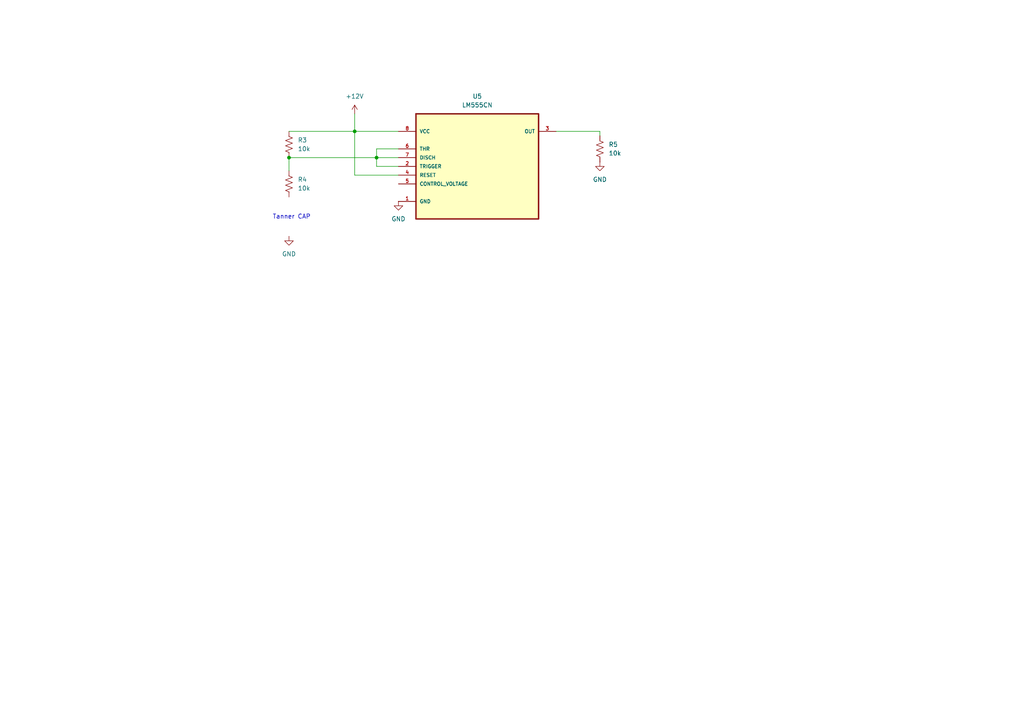
<source format=kicad_sch>
(kicad_sch (version 20250114) (generator "eeschema") (generator_version "9.0")
  (paper "A4")
  (lib_symbols
    (symbol "Device:R_US" (pin_numbers (hide yes)) (pin_names (offset 0))
      (property "Reference" "R" (at 2.54 0 90))
      (property "Value" "R_US" (at -2.54 0 90))
      (symbol "R_US_0_1"
        (polyline (pts (xy 0 2.286) (xy 0 2.54)))
        (polyline (pts (xy 0 2.286) (xy 1.016 1.905) (xy 0 1.524) (xy -1.016 1.143) (xy 0 0.762)))
        (polyline (pts (xy 0 0.762) (xy 1.016 0.381) (xy 0 0) (xy -1.016 -0.381) (xy 0 -0.762)))
        (polyline (pts (xy 0 -0.762) (xy 1.016 -1.143) (xy 0 -1.524) (xy -1.016 -1.905) (xy 0 -2.286)))
        (polyline (pts (xy 0 -2.286) (xy 0 -2.54)))
      )
      (symbol "R_US_1_1"
        (pin passive line (at 0 3.81 270) (length 1.27) (name "~") (number "1"))
        (pin passive line (at 0 -3.81 90) (length 1.27) (name "~") (number "2"))
      )
    )
    (symbol "LM555CN:LM555CN" (pin_names (offset 1.016))
      (property "Reference" "U" (at -5.4716 15.3967 0))
      (property "Value" "LM555CN" (at -4.143 -22.4434 0))
      (symbol "LM555CN_0_0"
        (rectangle (start -17.78 -17.78) (end 17.78 12.7) (stroke (width 0.4064)) (fill (type background)))
        (pin power_in line (at -22.86 7.62 0) (length 5.08) (name "VCC") (number "8"))
        (pin input line (at -22.86 2.54 0) (length 5.08) (name "THR") (number "6"))
        (pin input line (at -22.86 0 0) (length 5.08) (name "DISCH") (number "7"))
        (pin input line (at -22.86 -2.54 0) (length 5.08) (name "TRIGGER") (number "2"))
        (pin input line (at -22.86 -5.08 0) (length 5.08) (name "RESET") (number "4"))
        (pin input line (at -22.86 -7.62 0) (length 5.08) (name "CONTROL_VOLTAGE") (number "5"))
        (pin passive line (at -22.86 -12.7 0) (length 5.08) (name "GND") (number "1"))
        (pin output line (at 22.86 7.62 180) (length 5.08) (name "OUT") (number "3"))
      )
    )
    (symbol "power:+12V" (power) (pin_numbers (hide yes)) (pin_names (offset 0) (hide yes))
      (property "Value" "+12V" (at 0 3.556 0))
      (symbol "+12V_0_1"
        (polyline (pts (xy -0.762 1.27) (xy 0 2.54)))
        (polyline (pts (xy 0 2.54) (xy 0.762 1.27)))
        (polyline (pts (xy 0 0) (xy 0 2.54)))
      )
      (symbol "+12V_1_1"
        (pin power_in line (at 0 0 90) (length 0) (name "~") (number "1"))
      )
    )
    (symbol "power:GND" (power) (pin_numbers (hide yes)) (pin_names (offset 0) (hide yes))
      (property "Value" "GND" (at 0 -3.81 0))
      (symbol "GND_0_1"
        (polyline (pts (xy 0 0) (xy 0 -1.27) (xy 1.27 -1.27) (xy 0 -2.54) (xy -1.27 -1.27) (xy 0 -1.27)))
      )
      (symbol "GND_1_1"
        (pin power_in line (at 0 0 270) (length 0) (name "~") (number "1"))
      )
    )
  )
  (text "Tanner CAP" (at 84.582 62.992 0) (effects (font (size 1.27 1.27))))
  (junction (at 109.22 45.72))
  (junction (at 83.82 45.72))
  (junction (at 102.87 38.1))
  (wire (pts (xy 102.87 38.1) (xy 102.87 33.02)))
  (wire (pts (xy 83.82 45.72) (xy 83.82 49.53)))
  (wire (pts (xy 115.57 38.1) (xy 102.87 38.1)))
  (wire (pts (xy 115.57 50.8) (xy 102.87 50.8)))
  (wire (pts (xy 109.22 43.18) (xy 109.22 45.72)))
  (wire (pts (xy 102.87 38.1) (xy 83.82 38.1)))
  (wire (pts (xy 109.22 48.26) (xy 115.57 48.26)))
  (wire (pts (xy 173.99 38.1) (xy 173.99 39.37)))
  (wire (pts (xy 109.22 45.72) (xy 109.22 48.26)))
  (wire (pts (xy 102.87 50.8) (xy 102.87 38.1)))
  (wire (pts (xy 83.82 45.72) (xy 109.22 45.72)))
  (wire (pts (xy 115.57 43.18) (xy 109.22 43.18)))
  (wire (pts (xy 109.22 45.72) (xy 115.57 45.72)))
  (wire (pts (xy 161.29 38.1) (xy 173.99 38.1)))
  (symbol (lib_id "Device:R_US") (at 173.99 43.18 0) (unit 1)
    (property "Reference" "R5" (at 176.53 41.9099 0) (effects (justify left)))
    (property "Value" "10k" (at 176.53 44.4499 0) (effects (justify left)))
    (property "Description" "Resistor, US symbol" (effects (hide yes)))
  )
  (symbol (lib_id "LM555CN:LM555CN") (at 138.43 45.72 0) (unit 1)
    (property "Reference" "U5" (at 138.43 27.94 0))
    (property "Value" "LM555CN" (at 138.43 30.48 0))
    (property "Footprint" "LM555CN:DIP254P762X533-8" (effects (hide yes)))
    (property "MF" "ON Semiconductor" (effects (hide yes)))
    (property "Description_1" "555 Type, Timer/Oscillator (Single) IC - 8-DIP" (effects (hide yes)))
    (property "PACKAGE" "DIP-8" (effects (hide yes)))
    (property "MPN" "LM555CN" (effects (hide yes)))
    (property "Price" "None" (effects (hide yes)))
    (property "Package" "PDIP-8-8 ON Semiconductor" (effects (hide yes)))
    (property "OC_FARNELL" "9488235" (effects (hide yes)))
    (property "SnapEDA_Link" "https://www.snapeda.com/parts/LM555CN/Onsemi/view-part/?ref=snap" (effects (hide yes)))
    (property "MP" "LM555CN" (effects (hide yes)))
    (property "SUPPLIER" "FAIRCHILD SEMICONDUCTOR" (effects (hide yes)))
    (property "OC_NEWARK" "58K8943" (effects (hide yes)))
    (property "Availability" "In Stock" (effects (hide yes)))
    (property "Check_prices" "https://www.snapeda.com/parts/LM555CN/Onsemi/view-part/?ref=eda" (effects (hide yes)))
  )
  (symbol (lib_id "Device:R_US") (at 83.82 53.34 0) (unit 1)
    (property "Reference" "R4" (at 86.36 52.0699 0) (effects (justify left)))
    (property "Value" "10k" (at 86.36 54.6099 0) (effects (justify left)))
    (property "Description" "Resistor, US symbol" (effects (hide yes)))
  )
  (symbol (lib_id "power:GND") (at 83.82 68.58 0) (unit 1)
    (property "Reference" "#PWR022" (effects (hide yes)))
    (property "Value" "GND" (at 83.82 73.66 0))
    (property "Description" "Power symbol creates a global label with name \"GND\" , ground" (effects (hide yes)))
  )
  (symbol (lib_id "power:GND") (at 115.57 58.42 0) (unit 1)
    (property "Reference" "#PWR024" (effects (hide yes)))
    (property "Value" "GND" (at 115.57 63.5 0))
    (property "Description" "Power symbol creates a global label with name \"GND\" , ground" (effects (hide yes)))
  )
  (symbol (lib_id "power:+12V") (at 102.87 33.02 0) (unit 1)
    (property "Reference" "#PWR021" (effects (hide yes)))
    (property "Value" "+12V" (at 102.87 27.94 0))
    (property "Description" "Power symbol creates a global label with name \"+12V\"" (effects (hide yes)))
  )
  (symbol (lib_id "power:GND") (at 173.99 46.99 0) (unit 1)
    (property "Reference" "#PWR023" (effects (hide yes)))
    (property "Value" "GND" (at 173.99 52.07 0))
    (property "Description" "Power symbol creates a global label with name \"GND\" , ground" (effects (hide yes)))
  )
  (symbol (lib_id "Device:R_US") (at 83.82 41.91 0) (unit 1)
    (property "Reference" "R3" (at 86.36 40.6399 0) (effects (justify left)))
    (property "Value" "10k" (at 86.36 43.1799 0) (effects (justify left)))
    (property "Description" "Resistor, US symbol" (effects (hide yes)))
  )
)
</source>
